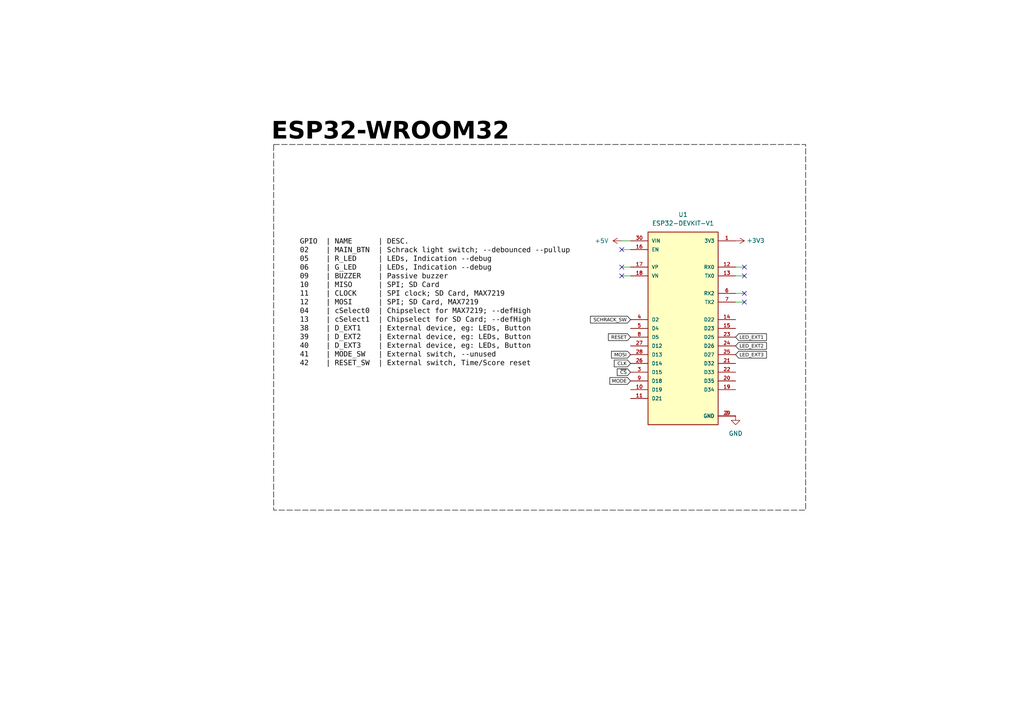
<source format=kicad_sch>
(kicad_sch (version 20231120) (generator "eeschema") (generator_version "8.0")
  (paper "A4")
  (title_block (title "SchrackStopwatch") (date "2024-08-14") (rev "v.1.0.0") (company "SPS NA PROSEKU") (comment 1 "SAVVA POPOV"))
  (lib_symbols
    (symbol "SchrackThingy_library:ESP32-DEVKIT-V1" (pin_names (offset 1.016))
      (property "Reference" "U" (at -10.16 30.48 0))
      (property "Value" "ESP32-DEVKIT-V1" (at -10.16 -30.48 0))
      (symbol "ESP32-DEVKIT-V1_0_0"
        (rectangle (start -10.16 -27.94) (end 10.16 27.94) (stroke (width 0.254)) (fill (type background)))
        (pin output line (at 15.24 25.4 180) (length 5.08) (name "3V3") (number "1"))
        (pin bidirectional line (at -15.24 -17.78 0) (length 5.08) (name "D19") (number "10"))
        (pin bidirectional line (at -15.24 -20.32 0) (length 5.08) (name "D21") (number "11"))
        (pin input line (at 15.24 17.78 180) (length 5.08) (name "RX0") (number "12"))
        (pin output line (at 15.24 15.24 180) (length 5.08) (name "TX0") (number "13"))
        (pin bidirectional line (at 15.24 2.54 180) (length 5.08) (name "D22") (number "14"))
        (pin bidirectional line (at 15.24 0 180) (length 5.08) (name "D23") (number "15"))
        (pin input line (at -15.24 22.86 0) (length 5.08) (name "EN") (number "16"))
        (pin bidirectional line (at -15.24 17.78 0) (length 5.08) (name "VP") (number "17"))
        (pin bidirectional line (at -15.24 15.24 0) (length 5.08) (name "VN") (number "18"))
        (pin bidirectional line (at 15.24 -17.78 180) (length 5.08) (name "D34") (number "19"))
        (pin power_in line (at 15.24 -25.4 180) (length 5.08) (name "GND") (number "2"))
        (pin bidirectional line (at 15.24 -15.24 180) (length 5.08) (name "D35") (number "20"))
        (pin bidirectional line (at 15.24 -10.16 180) (length 5.08) (name "D32") (number "21"))
        (pin bidirectional line (at 15.24 -12.7 180) (length 5.08) (name "D33") (number "22"))
        (pin bidirectional line (at 15.24 -2.54 180) (length 5.08) (name "D25") (number "23"))
        (pin bidirectional line (at 15.24 -5.08 180) (length 5.08) (name "D26") (number "24"))
        (pin bidirectional line (at 15.24 -7.62 180) (length 5.08) (name "D27") (number "25"))
        (pin bidirectional line (at -15.24 -10.16 0) (length 5.08) (name "D14") (number "26"))
        (pin bidirectional line (at -15.24 -5.08 0) (length 5.08) (name "D12") (number "27"))
        (pin bidirectional line (at -15.24 -7.62 0) (length 5.08) (name "D13") (number "28"))
        (pin power_in line (at 15.24 -25.4 180) (length 5.08) (name "GND") (number "29"))
        (pin bidirectional line (at -15.24 -12.7 0) (length 5.08) (name "D15") (number "3"))
        (pin input line (at -15.24 25.4 0) (length 5.08) (name "VIN") (number "30"))
        (pin bidirectional line (at -15.24 2.54 0) (length 5.08) (name "D2") (number "4"))
        (pin bidirectional line (at -15.24 0 0) (length 5.08) (name "D4") (number "5"))
        (pin input line (at 15.24 10.16 180) (length 5.08) (name "RX2") (number "6"))
        (pin output line (at 15.24 7.62 180) (length 5.08) (name "TX2") (number "7"))
        (pin bidirectional line (at -15.24 -2.54 0) (length 5.08) (name "D5") (number "8"))
        (pin bidirectional line (at -15.24 -15.24 0) (length 5.08) (name "D18") (number "9"))
      )
    )
    (symbol "power:+3V3" (power) (pin_names (offset 0))
      (property "Value" "+3V3" (at 0 3.556 0))
      (symbol "+3V3_0_1"
        (polyline (pts (xy -0.762 1.27) (xy 0 2.54)))
        (polyline (pts (xy 0 0) (xy 0 2.54)))
        (polyline (pts (xy 0 2.54) (xy 0.762 1.27)))
      )
      (symbol "+3V3_1_1"
        (pin power_in line (at 0 0 90) (length 0) hide (name "+3V3") (number "1"))
      )
    )
    (symbol "power:+5V" (power) (pin_numbers hide) (pin_names (offset 0) hide)
      (property "Value" "+5V" (at 0 3.556 0))
      (symbol "+5V_0_1"
        (polyline (pts (xy -0.762 1.27) (xy 0 2.54)))
        (polyline (pts (xy 0 0) (xy 0 2.54)))
        (polyline (pts (xy 0 2.54) (xy 0.762 1.27)))
      )
      (symbol "+5V_1_1"
        (pin power_in line (at 0 0 90) (length 0) (name "~") (number "1"))
      )
    )
    (symbol "power:GND" (power) (pin_numbers hide) (pin_names (offset 0) hide)
      (property "Value" "GND" (at 0 -3.81 0))
      (symbol "GND_0_1"
        (polyline (pts (xy 0 0) (xy 0 -1.27) (xy 1.27 -1.27) (xy 0 -2.54) (xy -1.27 -1.27) (xy 0 -1.27)))
      )
      (symbol "GND_1_1"
        (pin power_in line (at 0 0 270) (length 0) (name "~") (number "1"))
      )
    )
  )
  (no_connect (at 215.9 80.01))
  (no_connect (at 215.9 77.47))
  (no_connect (at 215.9 85.09))
  (no_connect (at 180.34 77.47))
  (no_connect (at 180.34 80.01))
  (no_connect (at 180.34 72.39))
  (no_connect (at 215.9 87.63))
  (wire (pts (xy 213.36 80.01) (xy 215.9 80.01)))
  (wire (pts (xy 180.34 69.85) (xy 182.88 69.85)))
  (wire (pts (xy 180.34 80.01) (xy 182.88 80.01)))
  (wire (pts (xy 213.36 85.09) (xy 215.9 85.09)))
  (wire (pts (xy 213.36 77.47) (xy 215.9 77.47)))
  (wire (pts (xy 180.34 72.39) (xy 182.88 72.39)))
  (wire (pts (xy 180.34 77.47) (xy 182.88 77.47)))
  (wire (pts (xy 213.36 87.63) (xy 215.9 87.63)))
  (rectangle (start 79.375 41.91) (end 233.68 147.955) (stroke (width 0) (type dash) (color 0 0 0 1)))
  (text "GPIO  | NAME      | DESC. \n02    | MAIN_BTN  | Schrack light switch; --debounced --pullup \n05    | R_LED     | LEDs, Indication --debug\n06    | G_LED     | LEDs, Indication --debug\n09    | BUZZER    | Passive buzzer\n10    | MISO      | SPI; SD Card\n11    | CLOCK     | SPI clock; SD Card, MAX7219\n12    | MOSI      | SPI; SD Card, MAX7219\n04    | cSelect0  | Chipselect for MAX7219; --defHigh\n13    | cSelect1  | Chipselect for SD Card; --defHigh\n38    | D_EXT1    | External device, eg: LEDs, Button\n39    | D_EXT2    | External device, eg: LEDs, Button\n40    | D_EXT3    | External device, eg: LEDs, Button\n41    | MODE_SW   | External switch, --unused\n42    | RESET_SW  | External switch, Time/Score reset\n\n" (at 86.995 89.535 0) (effects (font (size 1.5 1.5)) (justify left)))
  (text "ESP32-WROOM32" (at 78.74 42.545 0) (effects (font (size 5 5) (bold yes)) (justify left bottom)))
  (global_label "LED_EXT3" (shape input) (at 213.36 102.87 0) (effects (font (size 1 1))) (property "Intersheetrefs" "${INTERSHEET_REFS}" (effects (hide yes))))
  (global_label "~{CS}" (shape input) (at 182.88 107.95 180) (effects (font (size 1 1))) (property "Intersheetrefs" "${INTERSHEET_REFS}" (effects (hide yes))))
  (global_label "RESET" (shape input) (at 182.88 97.79 180) (effects (font (size 1 1))) (property "Intersheetrefs" "${INTERSHEET_REFS}" (effects (hide yes))))
  (global_label "CLK" (shape input) (at 182.88 105.41 180) (effects (font (size 1 1))) (property "Intersheetrefs" "${INTERSHEET_REFS}" (effects (hide yes))))
  (global_label "MOSI" (shape input) (at 182.88 102.87 180) (effects (font (size 1 1))) (property "Intersheetrefs" "${INTERSHEET_REFS}" (effects (hide yes))))
  (global_label "SCHRACK_SW" (shape input) (at 182.88 92.71 180) (effects (font (size 1 1))) (property "Intersheetrefs" "${INTERSHEET_REFS}" (effects (hide yes))))
  (global_label "MODE" (shape input) (at 182.88 110.49 180) (effects (font (size 1 1))) (property "Intersheetrefs" "${INTERSHEET_REFS}" (effects (hide yes))))
  (global_label "LED_EXT2" (shape input) (at 213.36 100.33 0) (effects (font (size 1 1))) (property "Intersheetrefs" "${INTERSHEET_REFS}" (effects (hide yes))))
  (global_label "LED_EXT1" (shape input) (at 213.36 97.79 0) (effects (font (size 1 1))) (property "Intersheetrefs" "${INTERSHEET_REFS}" (effects (hide yes))))
  (symbol (lib_id "power:GND") (at 213.36 120.65 0) (unit 1)
    (property "Reference" "#PWR017" (effects (hide yes)))
    (property "Value" "GND" (at 213.36 125.73 0))
    (property "Description" "Power symbol creates a global label with name \"GND\" , ground" (effects (hide yes)))
  )
  (symbol (lib_id "power:+5V") (at 180.34 69.85 90) (unit 1)
    (property "Reference" "#PWR015" (effects (hide yes)))
    (property "Value" "+5V" (at 176.53 69.8499 90) (effects (justify left)))
    (property "Description" "Power symbol creates a global label with name \"+5V\"" (effects (hide yes)))
  )
  (symbol (lib_id "power:+3V3") (at 213.36 69.85 270) (unit 1)
    (property "Reference" "#PWR016" (effects (hide yes)))
    (property "Value" "+3V3" (at 216.535 69.85 90) (effects (justify left)))
  )
  (symbol (lib_id "SchrackThingy_library:ESP32-DEVKIT-V1") (at 198.12 95.25 0) (unit 1)
    (property "Reference" "U1" (at 198.12 62.23 0))
    (property "Value" "ESP32-DEVKIT-V1" (at 198.12 64.77 0))
    (property "Footprint" "Schrack_brd:MODULE_ESP32_DEVKIT_V1-NoPads-NoCopper" (effects (hide yes)))
    (property "MF" "Do it" (effects (hide yes)))
    (property "MAXIMUM_PACKAGE_HEIGHT" "6.8 mm" (effects (hide yes)))
    (property "Package" "None" (effects (hide yes)))
    (property "Price" "None" (effects (hide yes)))
    (property "Check_prices" "https://www.snapeda.com/parts/ESP32-DEVKIT-V1/Do+it/view-part/?ref=eda" (effects (hide yes)))
    (property "STANDARD" "Manufacturer Recommendations" (effects (hide yes)))
    (property "PARTREV" "N/A" (effects (hide yes)))
    (property "SnapEDA_Link" "https://www.snapeda.com/parts/ESP32-DEVKIT-V1/Do+it/view-part/?ref=snap" (effects (hide yes)))
    (property "MP" "ESP32-DEVKIT-V1" (effects (hide yes)))
    (property "Description_1" "\nDual core, Wi-Fi: 2.4 GHz up to 150 Mbits/s,BLE (Bluetooth Low Energy) and legacy Bluetooth, 32 bits, Up to 240 MHz\n" (effects (hide yes)))
    (property "Availability" "Not in stock" (effects (hide yes)))
    (property "MANUFACTURER" "DOIT" (effects (hide yes)))
  )
)
</source>
